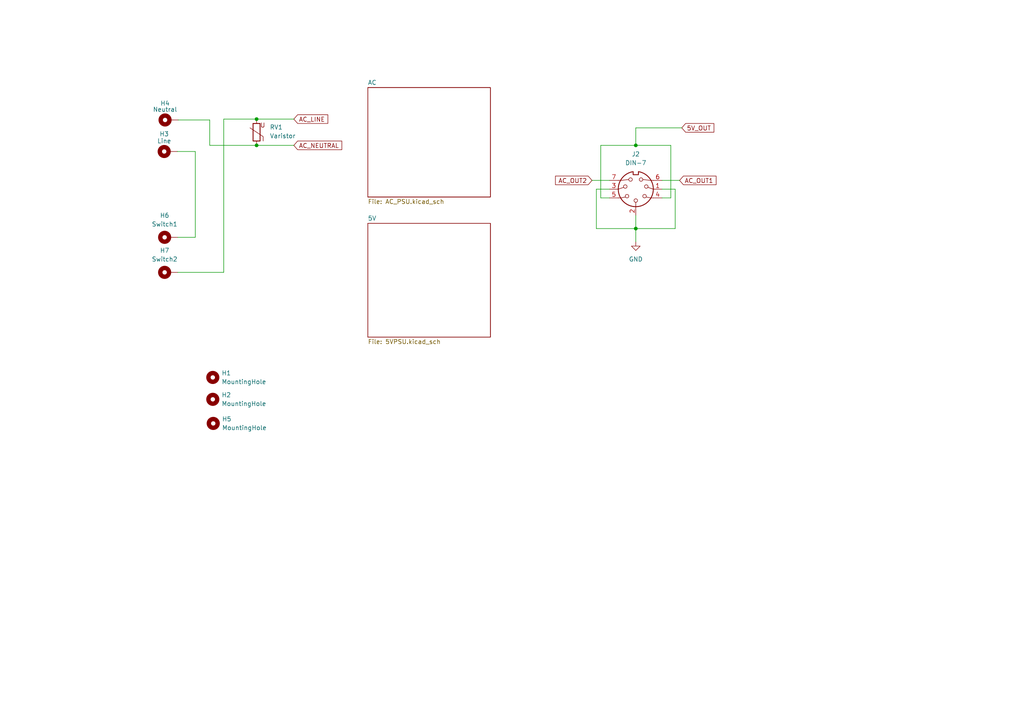
<source format=kicad_sch>
(kicad_sch (version 20230121) (generator eeschema)
  (paper "A4")
  (lib_symbols
    (symbol "Connector:DIN-7" (pin_names (offset 1.016))
      (property "Reference" "J" (at 3.175 5.715 0))
      (property "Value" "DIN-7" (at 0 -6.604 0))
      (symbol "DIN-7_0_1"
        (arc (start -5.08 0) (mid -3.8609 -3.3364) (end -0.762 -5.08) (stroke (width 0.254)))
        (circle (center -3.048 -0.762) (radius 0.508))
        (circle (center -2.54 2.032) (radius 0.508))
        (circle (center -1.524 -2.794) (radius 0.508))
        (polyline (pts (xy -5.08 0) (xy -3.556 -0.508)))
        (polyline (pts (xy 0 5.08) (xy 0 3.81)))
        (polyline (pts (xy 5.08 0) (xy 3.556 -0.508)))
        (polyline (pts (xy -5.08 -2.54) (xy -4.318 -2.54) (xy -2.032 -2.794)))
        (polyline (pts (xy -5.08 2.54) (xy -4.318 2.54) (xy -3.048 2.286)))
        (polyline (pts (xy 5.08 -2.54) (xy 4.318 -2.54) (xy 2.032 -2.794)))
        (polyline (pts (xy 5.08 2.54) (xy 4.318 2.54) (xy 3.048 2.286)))
        (polyline (pts (xy -0.762 -4.953) (xy -0.762 -4.191) (xy 0.762 -4.191) (xy 0.762 -4.953)) (stroke (width 0.254)))
        (circle (center 0 3.302) (radius 0.508))
        (arc (start 0.762 -5.08) (mid 3.8685 -3.343) (end 5.08 0) (stroke (width 0.254)))
        (circle (center 1.524 -2.794) (radius 0.508))
        (circle (center 2.54 2.032) (radius 0.508))
        (circle (center 3.048 -0.762) (radius 0.508))
        (arc (start 5.08 0) (mid 0 5.0579) (end -5.08 0) (stroke (width 0.254)))
      )
      (symbol "DIN-7_1_1"
        (pin passive line (at -7.62 0 0) (length 2.54) (name "~") (number "1"))
        (pin passive line (at 0 7.62 270) (length 2.54) (name "~") (number "2"))
        (pin passive line (at 7.62 0 180) (length 2.54) (name "~") (number "3"))
        (pin passive line (at -7.62 2.54 0) (length 2.54) (name "~") (number "4"))
        (pin passive line (at 7.62 2.54 180) (length 2.54) (name "~") (number "5"))
        (pin passive line (at -7.62 -2.54 0) (length 2.54) (name "~") (number "6"))
        (pin passive line (at 7.62 -2.54 180) (length 2.54) (name "~") (number "7"))
      )
    )
    (symbol "Device:Varistor" (pin_numbers hide) (pin_names (offset 0))
      (property "Reference" "RV" (at 3.175 0 90))
      (property "Value" "Varistor" (at -3.175 0 90))
      (symbol "Varistor_0_0"
        (text "U" (at -1.778 -2.032 0) (effects (font (size 1.27 1.27))))
      )
      (symbol "Varistor_0_1"
        (rectangle (start -1.016 -2.54) (end 1.016 2.54) (stroke (width 0.254)))
        (polyline (pts (xy -1.905 2.54) (xy -1.905 1.27) (xy 1.905 -1.27)))
      )
      (symbol "Varistor_1_1"
        (pin passive line (at 0 3.81 270) (length 1.27) (name "~") (number "1"))
        (pin passive line (at 0 -3.81 90) (length 1.27) (name "~") (number "2"))
      )
    )
    (symbol "Mechanical:MountingHole" (pin_names (offset 1.016))
      (property "Reference" "H" (at 0 5.08 0))
      (property "Value" "MountingHole" (at 0 3.175 0))
      (symbol "MountingHole_0_1"
        (circle (center 0 0) (radius 1.27) (stroke (width 1.27)))
      )
    )
    (symbol "Mechanical:MountingHole_Pad" (pin_numbers hide) (pin_names (offset 1.016) hide)
      (property "Reference" "H" (at 0 6.35 0))
      (property "Value" "MountingHole_Pad" (at 0 4.445 0))
      (symbol "MountingHole_Pad_0_1"
        (circle (center 0 1.27) (radius 1.27) (stroke (width 1.27)))
      )
      (symbol "MountingHole_Pad_1_1"
        (pin input line (at 0 -2.54 90) (length 2.54) (name "1") (number "1"))
      )
    )
    (symbol "power:GND" (power) (pin_names (offset 0))
      (property "Value" "GND" (at 0 -3.81 0))
      (symbol "GND_0_1"
        (polyline (pts (xy 0 0) (xy 0 -1.27) (xy 1.27 -1.27) (xy 0 -2.54) (xy -1.27 -1.27) (xy 0 -1.27)))
      )
      (symbol "GND_1_1"
        (pin power_in line (at 0 0 270) (length 0) hide (name "GND") (number "1"))
      )
    )
  )
  (junction (at 184.404 42.164))
  (junction (at 74.422 42.164))
  (junction (at 184.404 66.294))
  (junction (at 74.422 34.544))
  (wire (pts (xy 192.024 54.864) (xy 195.834 54.864)))
  (wire (pts (xy 176.784 54.864) (xy 172.974 54.864)))
  (wire (pts (xy 56.642 68.834) (xy 56.642 43.942)))
  (wire (pts (xy 184.404 62.484) (xy 184.404 66.294)))
  (wire (pts (xy 194.564 42.164) (xy 184.404 42.164)))
  (wire (pts (xy 192.024 57.404) (xy 194.564 57.404)))
  (wire (pts (xy 184.404 66.294) (xy 184.404 70.104)))
  (wire (pts (xy 176.784 57.404) (xy 174.244 57.404)))
  (wire (pts (xy 60.833 34.798) (xy 51.689 34.798)))
  (wire (pts (xy 172.974 66.294) (xy 184.404 66.294)))
  (wire (pts (xy 74.422 42.164) (xy 85.217 42.164)))
  (wire (pts (xy 56.642 43.942) (xy 51.435 43.942)))
  (wire (pts (xy 60.833 34.798) (xy 60.833 42.164)))
  (wire (pts (xy 60.833 42.164) (xy 74.422 42.164)))
  (wire (pts (xy 195.834 66.294) (xy 184.404 66.294)))
  (wire (pts (xy 171.704 52.324) (xy 176.784 52.324)))
  (wire (pts (xy 74.422 34.544) (xy 85.217 34.544)))
  (wire (pts (xy 195.834 54.864) (xy 195.834 66.294)))
  (wire (pts (xy 64.897 78.994) (xy 64.897 34.544)))
  (wire (pts (xy 51.562 78.994) (xy 64.897 78.994)))
  (wire (pts (xy 64.897 34.544) (xy 74.422 34.544)))
  (wire (pts (xy 184.404 37.084) (xy 184.404 42.164)))
  (wire (pts (xy 194.564 57.404) (xy 194.564 42.164)))
  (wire (pts (xy 197.104 52.324) (xy 192.024 52.324)))
  (wire (pts (xy 174.244 42.164) (xy 184.404 42.164)))
  (wire (pts (xy 174.244 57.404) (xy 174.244 42.164)))
  (wire (pts (xy 51.562 68.834) (xy 56.642 68.834)))
  (wire (pts (xy 172.974 54.864) (xy 172.974 66.294)))
  (wire (pts (xy 184.404 37.084) (xy 197.739 37.084)))
  (global_label "AC_OUT2" (shape input) (at 171.704 52.324 180) (property "Intersheetrefs" "${INTERSHEET_REFS}" (effects hide)))
  (global_label "AC_NEUTRAL" (shape input) (at 85.217 42.164 0) (property "Intersheetrefs" "${INTERSHEET_REFS}" (effects hide)))
  (global_label "5V_OUT" (shape input) (at 197.739 37.084 0) (property "Intersheetrefs" "${INTERSHEET_REFS}" (effects hide)))
  (global_label "AC_OUT1" (shape input) (at 197.104 52.324 0) (property "Intersheetrefs" "${INTERSHEET_REFS}" (effects hide)))
  (global_label "AC_LINE" (shape input) (at 85.217 34.544 0) (property "Intersheetrefs" "${INTERSHEET_REFS}" (effects hide)))
  (symbol (lib_id "power:GND") (at 184.404 70.104 0) (unit 1)
    (property "Reference" "#PWR011" (effects hide))
    (property "Value" "GND" (at 184.404 75.184 0))
  )
  (symbol (lib_id "Mechanical:MountingHole") (at 61.722 115.824 0) (unit 1)
    (property "Reference" "H2" (at 64.262 114.554 0) (effects (justify left)))
    (property "Value" "MountingHole" (at 64.262 117.094 0) (effects (justify left)))
    (property "Footprint" "MountingHole:MountingHole_3.5mm" (effects hide))
  )
  (symbol (lib_id "Mechanical:MountingHole") (at 61.722 109.474 0) (unit 1)
    (property "Reference" "H1" (at 64.262 108.204 0) (effects (justify left)))
    (property "Value" "MountingHole" (at 64.262 110.744 0) (effects (justify left)))
    (property "Footprint" "MountingHole:MountingHole_3.5mm" (effects hide))
  )
  (symbol (lib_id "Mechanical:MountingHole_Pad") (at 48.895 43.942 90) (unit 1)
    (property "Reference" "H3" (at 47.625 38.862 90))
    (property "Value" "Line" (at 47.625 40.894 90))
    (property "Footprint" "MountingHole:MountingHole_2.5mm_Pad" (effects hide))
  )
  (symbol (lib_id "Mechanical:MountingHole_Pad") (at 49.149 34.798 90) (unit 1)
    (property "Reference" "H4" (at 47.879 29.972 90))
    (property "Value" "Neutral" (at 47.879 31.75 90))
    (property "Footprint" "MountingHole:MountingHole_2.5mm_Pad" (effects hide))
  )
  (symbol (lib_id "Mechanical:MountingHole_Pad") (at 49.022 68.834 90) (unit 1)
    (property "Reference" "H6" (at 47.752 62.484 90))
    (property "Value" "Switch1" (at 47.752 65.024 90))
    (property "Footprint" "MountingHole:MountingHole_2.5mm_Pad" (effects hide))
  )
  (symbol (lib_id "Connector:DIN-7") (at 184.404 54.864 180) (unit 1)
    (property "Reference" "J2" (at 184.4039 44.704 0))
    (property "Value" "DIN-7" (at 184.4039 47.244 0))
    (property "Footprint" "Commodore:POWER_CON_DIN7" (effects hide))
    (property "Datasheet" "http://www.mouser.com/ds/2/18/40_c091_abd_e-75918.pdf" (effects hide))
  )
  (symbol (lib_id "Device:Varistor") (at 74.422 38.354 180) (unit 1)
    (property "Reference" "RV1" (at 78.232 36.8907 0) (effects (justify right)))
    (property "Value" "Varistor" (at 78.232 39.4307 0) (effects (justify right)))
    (property "Footprint" "Varistor:RV_Disc_D7mm_W4mm_P5mm" (effects hide))
    (property "Sim.Name" "kicad_builtin_varistor" (effects hide))
    (property "Sim.Device" "SUBCKT" (effects hide))
    (property "Sim.Pins" "1=A 2=B" (effects hide))
    (property "Sim.Params" "threshold=1k" (effects hide))
    (property "Sim.Library" "${KICAD7_SYMBOL_DIR}/Simulation_SPICE.sp" (effects hide))
  )
  (symbol (lib_id "Mechanical:MountingHole") (at 61.849 122.809 0) (unit 1)
    (property "Reference" "H5" (at 64.389 121.539 0) (effects (justify left)))
    (property "Value" "MountingHole" (at 64.389 124.079 0) (effects (justify left)))
    (property "Footprint" "MountingHole:MountingHole_3.5mm" (effects hide))
  )
  (symbol (lib_id "Mechanical:MountingHole_Pad") (at 49.022 78.994 90) (unit 1)
    (property "Reference" "H7" (at 47.752 72.644 90))
    (property "Value" "Switch2" (at 47.752 75.184 90))
    (property "Footprint" "MountingHole:MountingHole_2.5mm_Pad" (effects hide))
  )
  (sheet (at 106.68 25.4) (size 35.56 31.75) (stroke (width 0.1524))
    (property "Sheetname" "AC" (at 106.68 24.6884 0) (effects (justify left bottom)))
    (property "Sheetfile" "AC_PSU.kicad_sch" (at 106.68 57.7346 0) (effects (justify left top)))
  )
  (sheet (at 106.68 64.77) (size 35.56 33.02) (stroke (width 0.1524))
    (property "Sheetname" "5V" (at 106.68 64.0584 0) (effects (justify left bottom)))
    (property "Sheetfile" "5VPSU.kicad_sch" (at 106.68 98.3746 0) (effects (justify left top)))
  )
)
</source>
